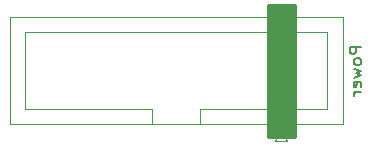
<source format=gbr>
G04 #@! TF.GenerationSoftware,KiCad,Pcbnew,(5.1.9)-1*
G04 #@! TF.CreationDate,2021-04-27T02:13:11+02:00*
G04 #@! TF.ProjectId,Clock Divider Main,436c6f63-6b20-4446-9976-69646572204d,rev?*
G04 #@! TF.SameCoordinates,Original*
G04 #@! TF.FileFunction,Legend,Bot*
G04 #@! TF.FilePolarity,Positive*
%FSLAX46Y46*%
G04 Gerber Fmt 4.6, Leading zero omitted, Abs format (unit mm)*
G04 Created by KiCad (PCBNEW (5.1.9)-1) date 2021-04-27 02:13:11*
%MOMM*%
%LPD*%
G01*
G04 APERTURE LIST*
%ADD10C,0.120000*%
%ADD11C,0.150000*%
%ADD12C,0.254000*%
%ADD13C,0.100000*%
G04 APERTURE END LIST*
D10*
G04 #@! TO.C,J3*
X27440000Y-101835000D02*
X27940000Y-100835000D01*
X28440000Y-101835000D02*
X27440000Y-101835000D01*
X27940000Y-100835000D02*
X28440000Y-101835000D01*
X17000000Y-99135000D02*
X17000000Y-100445000D01*
X17000000Y-99135000D02*
X17000000Y-99135000D01*
X6250000Y-99135000D02*
X17000000Y-99135000D01*
X6250000Y-92635000D02*
X6250000Y-99135000D01*
X31850000Y-92635000D02*
X6250000Y-92635000D01*
X31850000Y-99135000D02*
X31850000Y-92635000D01*
X21100000Y-99135000D02*
X31850000Y-99135000D01*
X21100000Y-100445000D02*
X21100000Y-99135000D01*
X4950000Y-100445000D02*
X33150000Y-100445000D01*
X4950000Y-91325000D02*
X4950000Y-100445000D01*
X33150000Y-91325000D02*
X4950000Y-91325000D01*
X33150000Y-100445000D02*
X33150000Y-91325000D01*
D11*
X34742380Y-93908809D02*
X33742380Y-93908809D01*
X33742380Y-94289761D01*
X33790000Y-94385000D01*
X33837619Y-94432619D01*
X33932857Y-94480238D01*
X34075714Y-94480238D01*
X34170952Y-94432619D01*
X34218571Y-94385000D01*
X34266190Y-94289761D01*
X34266190Y-93908809D01*
X34742380Y-95051666D02*
X34694761Y-94956428D01*
X34647142Y-94908809D01*
X34551904Y-94861190D01*
X34266190Y-94861190D01*
X34170952Y-94908809D01*
X34123333Y-94956428D01*
X34075714Y-95051666D01*
X34075714Y-95194523D01*
X34123333Y-95289761D01*
X34170952Y-95337380D01*
X34266190Y-95385000D01*
X34551904Y-95385000D01*
X34647142Y-95337380D01*
X34694761Y-95289761D01*
X34742380Y-95194523D01*
X34742380Y-95051666D01*
X34075714Y-95718333D02*
X34742380Y-95908809D01*
X34266190Y-96099285D01*
X34742380Y-96289761D01*
X34075714Y-96480238D01*
X34694761Y-97242142D02*
X34742380Y-97146904D01*
X34742380Y-96956428D01*
X34694761Y-96861190D01*
X34599523Y-96813571D01*
X34218571Y-96813571D01*
X34123333Y-96861190D01*
X34075714Y-96956428D01*
X34075714Y-97146904D01*
X34123333Y-97242142D01*
X34218571Y-97289761D01*
X34313809Y-97289761D01*
X34409047Y-96813571D01*
X34742380Y-97718333D02*
X34075714Y-97718333D01*
X34266190Y-97718333D02*
X34170952Y-97765952D01*
X34123333Y-97813571D01*
X34075714Y-97908809D01*
X34075714Y-98004047D01*
G04 #@! TD*
D12*
X29083000Y-101473000D02*
X26797000Y-101473000D01*
X26797000Y-90297000D01*
X29083000Y-90297000D01*
X29083000Y-101473000D01*
D13*
G36*
X29083000Y-101473000D02*
G01*
X26797000Y-101473000D01*
X26797000Y-90297000D01*
X29083000Y-90297000D01*
X29083000Y-101473000D01*
G37*
M02*

</source>
